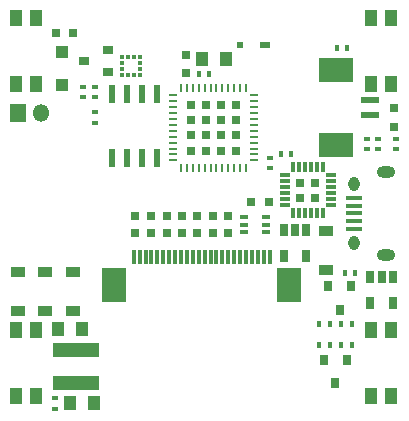
<source format=gbr>
G04 #@! TF.GenerationSoftware,KiCad,Pcbnew,(5.1.8)-1*
G04 #@! TF.CreationDate,2020-12-20T18:41:57-05:00*
G04 #@! TF.ProjectId,Watchy,57617463-6879-42e6-9b69-6361645f7063,rev?*
G04 #@! TF.SameCoordinates,Original*
G04 #@! TF.FileFunction,Paste,Top*
G04 #@! TF.FilePolarity,Positive*
%FSLAX46Y46*%
G04 Gerber Fmt 4.6, Leading zero omitted, Abs format (unit mm)*
G04 Created by KiCad (PCBNEW (5.1.8)-1) date 2020-12-20 18:41:57*
%MOMM*%
%LPD*%
G01*
G04 APERTURE LIST*
%ADD10O,0.950000X1.250000*%
%ADD11O,1.550000X1.000000*%
%ADD12R,1.350000X0.400000*%
%ADD13R,0.800000X0.750000*%
%ADD14R,1.000000X1.400000*%
%ADD15R,0.350000X0.375000*%
%ADD16R,0.375000X0.350000*%
%ADD17R,2.000000X3.000000*%
%ADD18R,0.300000X1.300000*%
%ADD19R,2.900000X2.100000*%
%ADD20R,1.600000X0.500000*%
%ADD21R,0.600000X0.400000*%
%ADD22R,0.780000X0.780000*%
%ADD23R,0.300000X0.850000*%
%ADD24R,0.850000X0.300000*%
%ADD25R,0.400000X0.600000*%
%ADD26R,0.750000X0.800000*%
%ADD27R,1.000000X1.250000*%
%ADD28R,1.200000X0.900000*%
%ADD29R,0.800000X0.800000*%
%ADD30R,1.100000X1.100000*%
%ADD31R,3.900000X1.200000*%
%ADD32R,0.800000X0.900000*%
%ADD33R,0.900000X0.800000*%
%ADD34R,0.772500X0.772500*%
%ADD35R,0.700000X0.250000*%
%ADD36R,0.250000X0.700000*%
%ADD37R,0.650000X1.060000*%
%ADD38R,0.650000X0.400000*%
%ADD39R,0.600000X1.550000*%
%ADD40R,1.350000X1.500000*%
%ADD41O,1.350000X1.500000*%
%ADD42R,0.500000X0.500000*%
%ADD43R,0.900000X0.500000*%
G04 APERTURE END LIST*
D10*
X98350000Y-91180000D03*
X98350000Y-96180000D03*
D11*
X101050000Y-90180000D03*
X101050000Y-97180000D03*
D12*
X98350000Y-94980000D03*
X98350000Y-94330000D03*
X98350000Y-93680000D03*
X98350000Y-93030000D03*
X98350000Y-92380000D03*
D13*
X73110000Y-78400000D03*
X74610000Y-78400000D03*
D14*
X69730000Y-82730000D03*
X69730000Y-77130000D03*
X71430000Y-82730000D03*
X71430000Y-77130000D03*
X69730000Y-109130000D03*
X69730000Y-103530000D03*
X71430000Y-109130000D03*
X71430000Y-103530000D03*
X101470000Y-77130000D03*
X101470000Y-82730000D03*
X99770000Y-77130000D03*
X99770000Y-82730000D03*
X101470000Y-103530000D03*
X101470000Y-109130000D03*
X99770000Y-103530000D03*
X99770000Y-109130000D03*
D15*
X79710000Y-81982500D03*
X79210000Y-81982500D03*
X79210000Y-80457500D03*
X79710000Y-80457500D03*
D16*
X78697500Y-81970000D03*
X80222500Y-81970000D03*
X78697500Y-80470000D03*
X80222500Y-80470000D03*
X78697500Y-80970000D03*
X78697500Y-81470000D03*
X80222500Y-80970000D03*
X80222500Y-81470000D03*
D17*
X78075000Y-99770000D03*
X92875000Y-99770000D03*
D18*
X91225000Y-97420000D03*
X90725000Y-97420000D03*
X90225000Y-97420000D03*
X89725000Y-97420000D03*
X89225000Y-97420000D03*
X88725000Y-97420000D03*
X88225000Y-97420000D03*
X87725000Y-97420000D03*
X83225000Y-97420000D03*
X82725000Y-97420000D03*
X82225000Y-97420000D03*
X80225000Y-97420000D03*
X79725000Y-97420000D03*
X80725000Y-97420000D03*
X81225000Y-97420000D03*
X81725000Y-97420000D03*
X85725000Y-97420000D03*
X85225000Y-97420000D03*
X84725000Y-97420000D03*
X83725000Y-97420000D03*
X84225000Y-97420000D03*
X86225000Y-97420000D03*
X86725000Y-97420000D03*
X87225000Y-97420000D03*
D19*
X96880000Y-87877000D03*
X96880000Y-81545000D03*
D20*
X99730000Y-84095000D03*
X99730000Y-85345000D03*
D21*
X100400000Y-88280000D03*
X100400000Y-87380000D03*
D22*
X93810000Y-91080000D03*
X93810000Y-92380000D03*
X95110000Y-91080000D03*
X95110000Y-92380000D03*
D23*
X93210000Y-89780000D03*
X93710000Y-89780000D03*
X94210000Y-89780000D03*
X94710000Y-89780000D03*
X95210000Y-89780000D03*
X95710000Y-89780000D03*
D24*
X96410000Y-90480000D03*
X96410000Y-90980000D03*
X96410000Y-91480000D03*
X96410000Y-91980000D03*
X96410000Y-92480000D03*
X96410000Y-92980000D03*
D23*
X95710000Y-93680000D03*
X95210000Y-93680000D03*
X94710000Y-93680000D03*
X94210000Y-93680000D03*
X93710000Y-93680000D03*
X93210000Y-93680000D03*
D24*
X92510000Y-92980000D03*
X92510000Y-92480000D03*
X92510000Y-91980000D03*
X92510000Y-91480000D03*
X92510000Y-90980000D03*
X92510000Y-90480000D03*
D25*
X98200000Y-103040000D03*
X97300000Y-103040000D03*
D13*
X89660000Y-92690000D03*
X91160000Y-92690000D03*
D26*
X84120000Y-80300000D03*
X84120000Y-81800000D03*
X87710000Y-93890000D03*
X87710000Y-95390000D03*
D27*
X73330000Y-103520000D03*
X75330000Y-103520000D03*
X76330000Y-109770000D03*
X74330000Y-109770000D03*
D26*
X82510000Y-93890000D03*
X82510000Y-95390000D03*
X85110000Y-95390000D03*
X85110000Y-93890000D03*
X86410000Y-95390000D03*
X86410000Y-93890000D03*
X83810000Y-93890000D03*
X83810000Y-95390000D03*
X81160000Y-95390000D03*
X81160000Y-93890000D03*
X79860000Y-93890000D03*
X79860000Y-95390000D03*
D27*
X85520000Y-80580000D03*
X87520000Y-80580000D03*
D28*
X69950000Y-101940000D03*
X69950000Y-98640000D03*
X72250000Y-101940000D03*
X72250000Y-98640000D03*
X74550000Y-98640000D03*
X74550000Y-101940000D03*
X95970000Y-95180000D03*
X95970000Y-98480000D03*
D29*
X101740000Y-84780000D03*
X101740000Y-86380000D03*
D30*
X73610000Y-82805000D03*
X73610000Y-80005000D03*
D31*
X74830000Y-108040000D03*
X74830000Y-105240000D03*
D32*
X96800000Y-108080000D03*
X95850000Y-106080000D03*
X97750000Y-106080000D03*
X98100000Y-99880000D03*
X96200000Y-99880000D03*
X97150000Y-101880000D03*
D33*
X77510000Y-81750000D03*
X77510000Y-79850000D03*
X75510000Y-80800000D03*
D25*
X85220000Y-81920000D03*
X86120000Y-81920000D03*
D21*
X91250000Y-88990000D03*
X91250000Y-89890000D03*
D25*
X93060000Y-88630000D03*
X92160000Y-88630000D03*
X95400000Y-103040000D03*
X96300000Y-103040000D03*
X97810000Y-79670000D03*
X96910000Y-79670000D03*
D21*
X75390000Y-82980000D03*
X75390000Y-83880000D03*
D25*
X98200000Y-104830000D03*
X97300000Y-104830000D03*
X95400000Y-104830000D03*
X96300000Y-104830000D03*
D21*
X73050000Y-110220000D03*
X73050000Y-109320000D03*
X99500000Y-88280000D03*
X99500000Y-87380000D03*
D25*
X97570000Y-98710000D03*
X98470000Y-98710000D03*
D21*
X101940000Y-87380000D03*
X101940000Y-88280000D03*
X76450000Y-82980000D03*
X76450000Y-83880000D03*
D34*
X88405000Y-84520000D03*
X87117500Y-84520000D03*
X85830000Y-84520000D03*
X84542500Y-84520000D03*
X88405000Y-85807500D03*
X87117500Y-85807500D03*
X85830000Y-85807500D03*
X84542500Y-85807500D03*
X88405000Y-87095000D03*
X87117500Y-87095000D03*
X85830000Y-87095000D03*
X84542500Y-87095000D03*
X88405000Y-88382500D03*
X87117500Y-88382500D03*
X85830000Y-88382500D03*
X84542500Y-88382500D03*
D35*
X89873750Y-83701250D03*
X89873750Y-84201250D03*
X89873750Y-84701250D03*
X89873750Y-85201250D03*
X89873750Y-85701250D03*
X89873750Y-86201250D03*
X89873750Y-86701250D03*
X89873750Y-87201250D03*
X89873750Y-87701250D03*
X89873750Y-88201250D03*
X89873750Y-88701250D03*
X89873750Y-89201250D03*
D36*
X89223750Y-89851250D03*
X88723750Y-89851250D03*
X88223750Y-89851250D03*
X87723750Y-89851250D03*
X87223750Y-89851250D03*
X86723750Y-89851250D03*
X86223750Y-89851250D03*
X85723750Y-89851250D03*
X85223750Y-89851250D03*
X84723750Y-89851250D03*
X84223750Y-89851250D03*
X83723750Y-89851250D03*
D35*
X83073750Y-89201250D03*
X83073750Y-88701250D03*
X83073750Y-88201250D03*
X83073750Y-87701250D03*
X83073750Y-87201250D03*
X83073750Y-86701250D03*
X83073750Y-86201250D03*
X83073750Y-85701250D03*
X83073750Y-85201250D03*
X83073750Y-84701250D03*
X83073750Y-84201250D03*
X83073750Y-83701250D03*
D36*
X83723750Y-83051250D03*
X84223750Y-83051250D03*
X84723750Y-83051250D03*
X85223750Y-83051250D03*
X85723750Y-83051250D03*
X86223750Y-83051250D03*
X86723750Y-83051250D03*
X87223750Y-83051250D03*
X87723750Y-83051250D03*
X88223750Y-83051250D03*
X88723750Y-83051250D03*
X89223750Y-83051250D03*
D37*
X94310000Y-95130000D03*
X93360000Y-95130000D03*
X92410000Y-95130000D03*
X92410000Y-97330000D03*
X94310000Y-97330000D03*
X101650000Y-101280000D03*
X99750000Y-101280000D03*
X99750000Y-99080000D03*
X100700000Y-99080000D03*
X101650000Y-99080000D03*
D38*
X89060000Y-95290000D03*
X89060000Y-93990000D03*
X90960000Y-94640000D03*
X89060000Y-94640000D03*
X90960000Y-93990000D03*
X90960000Y-95290000D03*
D39*
X77865000Y-83600000D03*
X79135000Y-83600000D03*
X80405000Y-83600000D03*
X81675000Y-83600000D03*
X81675000Y-89000000D03*
X80405000Y-89000000D03*
X79135000Y-89000000D03*
X77865000Y-89000000D03*
D21*
X76450000Y-85140000D03*
X76450000Y-86040000D03*
D40*
X69900000Y-85155000D03*
D41*
X71900000Y-85155000D03*
D42*
X88725000Y-79430000D03*
D43*
X90825000Y-79430000D03*
M02*

</source>
